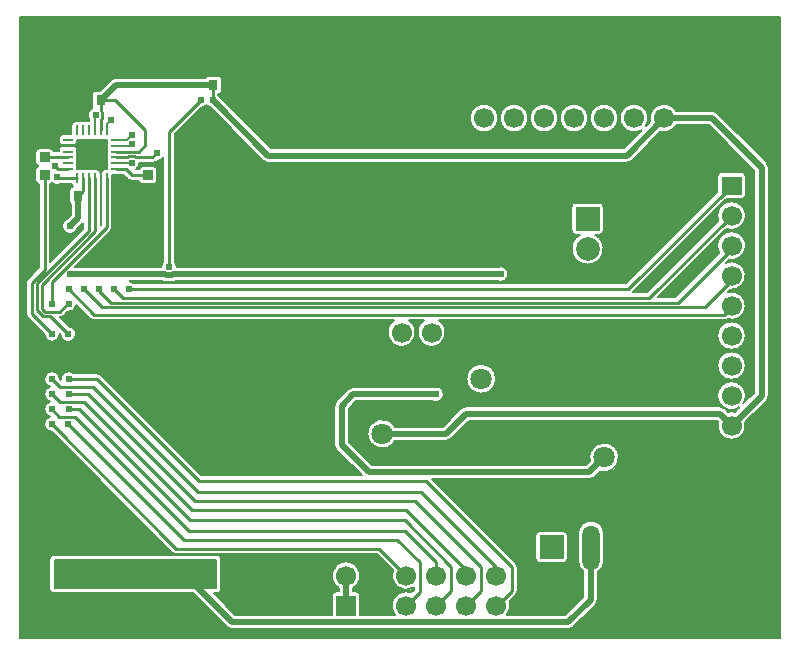
<source format=gbl>
G04 Layer: BottomLayer*
G04 EasyEDA Pro v2.2.40.8, 2025-08-03 21:23:04*
G04 Gerber Generator version 0.3*
G04 Scale: 100 percent, Rotated: No, Reflected: No*
G04 Dimensions in millimeters*
G04 Leading zeros omitted, absolute positions, 4 integers and 5 decimals*
G04 Generated by one-click*
%FSLAX45Y45*%
%MOMM*%
%ADD10C,0.2032*%
%ADD11R,0.8X0.9*%
%ADD12C,1.9*%
%ADD13O,1.5X3.79999*%
%ADD14O,3.39999X1.5*%
%ADD15R,2.0X2.0*%
%ADD16C,2.0*%
%ADD17R,1.7X1.7*%
%ADD18C,1.7061*%
%ADD19C,1.7*%
%ADD20R,1.7X1.5748*%
%ADD21R,0.86401X0.80648*%
%ADD22C,1.8*%
%ADD23R,0.25001X0.84999*%
%ADD24R,0.84999X0.25001*%
%ADD25R,2.49999X2.49999*%
%ADD26C,0.61*%
%ADD27C,0.6096*%
%ADD28C,0.254*%
%ADD29C,0.508*%
G75*


G04 Copper Start*
G36*
G01X327660Y327660D02*
G01X327660Y561340D01*
G01X1691640Y561340D01*
G01X1691640Y327660D01*
G01X327660Y327660D01*
G37*
G36*
G01X6464300Y5164186D02*
G01X6464300Y-98186D01*
G01X35814Y-98186D01*
G01X35814Y1721392D01*
G01X237813Y1721392D01*
G01X238015Y1705896D01*
G01X241808Y1690869D01*
G01X248985Y1677133D01*
G01X259154Y1665438D01*
G01X271760Y1656423D01*
G01X286114Y1650579D01*
G01X301432Y1648227D01*
G01X1323564Y626095D01*
G01X1333611Y618386D01*
G01X1345312Y613539D01*
G01X1357868Y611886D01*
G01X3053305Y611886D01*
G01X3053305Y611886D01*
G01X3189457Y475733D01*
G01X3183412Y454885D01*
G01X3181195Y433292D01*
G01X3182878Y411651D01*
G01X3188407Y390660D01*
G01X3197602Y370997D01*
G01X3210168Y353297D01*
G01X3225698Y338131D01*
G01X3243691Y325989D01*
G01X3263566Y317263D01*
G01X3284683Y312234D01*
G01X3306358Y311065D01*
G01X3327893Y313793D01*
G01X3348591Y320331D01*
G01X3367786Y330468D01*
G01X3367786Y312195D01*
G01X3345933Y290343D01*
G01X3326777Y296046D01*
G01X3306942Y298513D01*
G01X3286972Y297676D01*
G01X3267413Y293557D01*
G01X3248801Y286271D01*
G01X3231645Y276015D01*
G01X3216415Y263071D01*
G01X3203527Y247793D01*
G01X3193335Y230600D01*
G01X3186116Y211961D01*
G01X3182070Y192387D01*
G01X3181306Y172414D01*
G01X3183846Y152589D01*
G01X3189620Y133453D01*
G01X3198469Y115531D01*
G01X3210153Y99314D01*
G01X2914814Y99314D01*
G01X2914814Y262800D01*
G01X2913061Y273867D01*
G01X2907974Y283851D01*
G01X2900051Y291774D01*
G01X2890067Y296861D01*
G01X2879000Y298614D01*
G01X2855214Y298614D01*
G01X2855214Y327642D01*
G01X2872323Y339814D01*
G01X2887067Y354764D01*
G01X2898999Y372041D01*
G01X2907760Y391124D01*
G01X2913085Y411434D01*
G01X2914813Y432360D01*
G01X2912891Y453270D01*
G01X2907378Y473530D01*
G01X2898441Y492530D01*
G01X2886348Y509696D01*
G01X2871467Y524509D01*
G01X2854245Y536521D01*
G01X2835204Y545370D01*
G01X2814918Y550789D01*
G01X2794000Y552614D01*
G01X2773082Y550789D01*
G01X2752796Y545370D01*
G01X2733755Y536521D01*
G01X2716533Y524509D01*
G01X2701652Y509696D01*
G01X2689559Y492530D01*
G01X2680622Y473530D01*
G01X2675109Y453270D01*
G01X2673187Y432360D01*
G01X2674915Y411434D01*
G01X2680240Y391124D01*
G01X2689001Y372041D01*
G01X2700933Y354764D01*
G01X2715677Y339814D01*
G01X2732786Y327642D01*
G01X2732786Y298614D01*
G01X2709000Y298614D01*
G01X2697933Y296861D01*
G01X2687949Y291774D01*
G01X2680026Y283851D01*
G01X2674939Y273867D01*
G01X2673186Y262800D01*
G01X2673186Y99314D01*
G01X1856613Y99314D01*
G01X1674241Y281686D01*
G01X1701800Y281686D01*
G01X1712867Y283439D01*
G01X1722851Y288526D01*
G01X1730774Y296449D01*
G01X1735861Y306433D01*
G01X1737614Y317500D01*
G01X1737614Y571500D01*
G01X1735861Y582567D01*
G01X1730774Y592551D01*
G01X1722851Y600474D01*
G01X1712867Y605561D01*
G01X1701800Y607314D01*
G01X317500Y607314D01*
G01X306433Y605561D01*
G01X296449Y600474D01*
G01X288526Y592551D01*
G01X283439Y582567D01*
G01X281686Y571500D01*
G01X281686Y317500D01*
G01X283439Y306433D01*
G01X288526Y296449D01*
G01X296449Y288526D01*
G01X306433Y283439D01*
G01X317500Y281686D01*
G01X1501102Y281686D01*
G01X1787972Y-5185D01*
G01X1797249Y-12798D01*
G01X1807832Y-18454D01*
G01X1819315Y-21938D01*
G01X1831257Y-23114D01*
G01X4673600Y-23114D01*
G01X4685542Y-21938D01*
G01X4697026Y-18454D01*
G01X4707609Y-12798D01*
G01X4716885Y-5185D01*
G01X4907385Y185315D01*
G01X4914998Y194591D01*
G01X4920654Y205174D01*
G01X4924138Y216658D01*
G01X4925314Y228600D01*
G01X4925314Y458829D01*
G01X4940868Y469949D01*
G01X4954280Y483576D01*
G01X4965149Y499306D01*
G01X4973153Y516671D01*
G01X4978052Y535152D01*
G01X4979702Y554201D01*
G01X4979702Y784201D01*
G01X4977815Y804563D01*
G01X4972219Y824231D01*
G01X4963104Y842537D01*
G01X4950780Y858856D01*
G01X4935668Y872632D01*
G01X4918282Y883397D01*
G01X4899214Y890784D01*
G01X4879113Y894542D01*
G01X4858663Y894542D01*
G01X4838562Y890784D01*
G01X4819494Y883397D01*
G01X4802108Y872632D01*
G01X4786995Y858856D01*
G01X4774672Y842537D01*
G01X4765557Y824231D01*
G01X4759961Y804563D01*
G01X4758074Y784201D01*
G01X4758074Y554201D01*
G01X4759997Y533648D01*
G01X4765698Y513808D01*
G01X4774980Y495370D01*
G01X4787521Y478974D01*
G01X4802886Y465188D01*
G01X4802886Y253956D01*
G01X4648244Y99314D01*
G01X4155847Y99314D01*
G01X4167917Y116179D01*
G01X4176925Y134859D01*
G01X4182605Y154805D01*
G01X4184791Y175428D01*
G01X4183417Y196122D01*
G01X4178524Y216275D01*
G01X4232744Y270495D01*
G01X4240454Y280543D01*
G01X4245300Y292244D01*
G01X4246953Y304800D01*
G01X4246953Y500561D01*
G01X4245300Y513117D01*
G01X4240454Y524818D01*
G01X4232744Y534865D01*
G01X4194509Y573100D01*
G01X4398086Y573100D01*
G01X4399839Y562033D01*
G01X4404926Y552049D01*
G01X4412849Y544126D01*
G01X4422833Y539039D01*
G01X4433900Y537286D01*
G01X4633900Y537286D01*
G01X4644967Y539039D01*
G01X4654951Y544126D01*
G01X4662874Y552049D01*
G01X4667961Y562033D01*
G01X4669714Y573100D01*
G01X4669714Y773100D01*
G01X4667961Y784167D01*
G01X4662874Y794151D01*
G01X4654951Y802074D01*
G01X4644967Y807161D01*
G01X4633900Y808914D01*
G01X4433900Y808914D01*
G01X4422833Y807161D01*
G01X4412849Y802074D01*
G01X4404926Y794151D01*
G01X4399839Y784167D01*
G01X4398086Y773100D01*
G01X4398086Y573100D01*
G01X4398086Y573100D01*
G01X4194509Y573100D01*
G01X3520723Y1246886D01*
G01X4855178Y1246886D01*
G01X4867120Y1248062D01*
G01X4878603Y1251546D01*
G01X4889186Y1257202D01*
G01X4898462Y1264815D01*
G01X4945325Y1311678D01*
G01X4966991Y1307523D01*
G01X4989048Y1307216D01*
G01X5010821Y1310766D01*
G01X5031639Y1318065D01*
G01X5050861Y1328887D01*
G01X5067899Y1342901D01*
G01X5082226Y1359675D01*
G01X5093403Y1378694D01*
G01X5101087Y1399372D01*
G01X5105041Y1421075D01*
G01X5105143Y1443135D01*
G01X5101391Y1464874D01*
G01X5093900Y1485623D01*
G01X5082899Y1504744D01*
G01X5068728Y1521651D01*
G01X5051822Y1535822D01*
G01X5032700Y1546822D01*
G01X5011951Y1554314D01*
G01X4990213Y1558066D01*
G01X4968153Y1557964D01*
G01X4946450Y1554010D01*
G01X4925771Y1546326D01*
G01X4906753Y1535148D01*
G01X4889979Y1520821D01*
G01X4875965Y1503784D01*
G01X4865142Y1484561D01*
G01X4857844Y1463743D01*
G01X4854293Y1441971D01*
G01X4854601Y1419913D01*
G01X4858756Y1398248D01*
G01X4829822Y1369314D01*
G01X3009856Y1369314D01*
G01X2817114Y1562056D01*
G01X2817114Y1841544D01*
G01X2881992Y1906422D01*
G01X3530549Y1906422D01*
G01X3546197Y1902071D01*
G01X3562432Y1901655D01*
G01X3578282Y1905199D01*
G01X3592794Y1912491D01*
G01X3605098Y1923092D01*
G01X3614456Y1936366D01*
G01X3620305Y1951518D01*
G01X3622294Y1967636D01*
G01X3620305Y1983755D01*
G01X3614456Y1998907D01*
G01X3605098Y2012181D01*
G01X3592794Y2022782D01*
G01X3578282Y2030074D01*
G01X3562432Y2033618D01*
G01X3546197Y2033202D01*
G01X3530549Y2028850D01*
G01X2856636Y2028850D01*
G01X2844694Y2027674D01*
G01X2833211Y2024191D01*
G01X2822628Y2018534D01*
G01X2813352Y2010921D01*
G01X2712615Y1910185D01*
G01X2705002Y1900909D01*
G01X2699346Y1890326D01*
G01X2695862Y1878842D01*
G01X2694686Y1866900D01*
G01X2694686Y1536700D01*
G01X2695862Y1524758D01*
G01X2699346Y1513274D01*
G01X2705002Y1502691D01*
G01X2712615Y1493415D01*
G01X2925616Y1280414D01*
G01X1569495Y1280414D01*
G01X752009Y2097900D01*
G01X3812550Y2097900D01*
G01X3814462Y2076053D01*
G01X3820138Y2054869D01*
G01X3829406Y2034993D01*
G01X3841985Y2017028D01*
G01X3857493Y2001521D01*
G01X3875457Y1988942D01*
G01X3895333Y1979674D01*
G01X3916517Y1973998D01*
G01X3938364Y1972086D01*
G01X3960212Y1973998D01*
G01X3981395Y1979674D01*
G01X4001271Y1988942D01*
G01X4019236Y2001521D01*
G01X4034743Y2017028D01*
G01X4047322Y2034993D01*
G01X4056591Y2054869D01*
G01X4062267Y2076053D01*
G01X4064178Y2097900D01*
G01X4062267Y2119747D01*
G01X4056591Y2140931D01*
G01X4047322Y2160807D01*
G01X4034743Y2178772D01*
G01X4019236Y2194279D01*
G01X4001271Y2206858D01*
G01X3994962Y2209800D01*
G01X5937086Y2209800D01*
G01X5938922Y2188821D01*
G01X5944372Y2168479D01*
G01X5953272Y2149393D01*
G01X5965351Y2132142D01*
G01X5980242Y2117251D01*
G01X5997493Y2105172D01*
G01X6016579Y2096272D01*
G01X6036921Y2090822D01*
G01X6057900Y2088986D01*
G01X6078879Y2090822D01*
G01X6099221Y2096272D01*
G01X6118307Y2105172D01*
G01X6135558Y2117251D01*
G01X6150449Y2132142D01*
G01X6162528Y2149393D01*
G01X6171428Y2168479D01*
G01X6176878Y2188821D01*
G01X6178714Y2209800D01*
G01X6176878Y2230779D01*
G01X6171428Y2251121D01*
G01X6162528Y2270207D01*
G01X6150449Y2287458D01*
G01X6135558Y2302349D01*
G01X6118307Y2314428D01*
G01X6099221Y2323328D01*
G01X6078879Y2328778D01*
G01X6057900Y2330614D01*
G01X6057900Y2330614D01*
G01X6036921Y2328778D01*
G01X6016579Y2323328D01*
G01X5997493Y2314428D01*
G01X5980242Y2302349D01*
G01X5965351Y2287458D01*
G01X5953272Y2270207D01*
G01X5944372Y2251121D01*
G01X5938922Y2230779D01*
G01X5937086Y2209800D01*
G01X3994962Y2209800D01*
G01X3981395Y2216126D01*
G01X3960212Y2221802D01*
G01X3938364Y2223714D01*
G01X3916517Y2221802D01*
G01X3895333Y2216126D01*
G01X3875457Y2206858D01*
G01X3857493Y2194279D01*
G01X3841985Y2178772D01*
G01X3829406Y2160807D01*
G01X3820138Y2140931D01*
G01X3814462Y2119747D01*
G01X3812550Y2097900D01*
G01X3812550Y2097900D01*
G01X752009Y2097900D01*
G01X720105Y2129805D01*
G01X710057Y2137514D01*
G01X698356Y2142361D01*
G01X685800Y2144014D01*
G01X490116Y2144014D01*
G01X477274Y2153378D01*
G01X462572Y2159418D01*
G01X446856Y2161785D01*
G01X431027Y2160345D01*
G01X415996Y2155180D01*
G01X402626Y2146587D01*
G01X391684Y2135059D01*
G01X383799Y2121259D01*
G01X379425Y2105978D01*
G01X378813Y2090096D01*
G01X371073Y2097836D01*
G01X368553Y2113752D01*
G01X362268Y2128590D01*
G01X352590Y2141474D01*
G01X340090Y2151644D01*
G01X325507Y2158498D01*
G01X309700Y2161633D01*
G01X293605Y2160862D01*
G01X278170Y2156232D01*
G01X264308Y2148016D01*
G01X252837Y2136699D01*
G01X244434Y2122949D01*
G01X239595Y2107579D01*
G01X238607Y2091495D01*
G01X241527Y2075647D01*
G01X248184Y2060972D01*
G01X258183Y2048336D01*
G01X270935Y2038485D01*
G01X285687Y2032000D01*
G01X272634Y2026491D01*
G01X261050Y2018334D01*
G01X251462Y2007903D01*
G01X244309Y1995674D01*
G01X239917Y1982204D01*
G01X238487Y1968108D01*
G01X240084Y1954031D01*
G01X244634Y1940613D01*
G01X251931Y1928469D01*
G01X261642Y1918152D01*
G01X273322Y1910133D01*
G01X286439Y1904779D01*
G01X273416Y1899475D01*
G01X261805Y1891544D01*
G01X252126Y1881344D01*
G01X244816Y1869333D01*
G01X240203Y1856050D01*
G01X238494Y1842093D01*
G01X239766Y1828089D01*
G01X243962Y1814669D01*
G01X250894Y1802435D01*
G01X260249Y1791937D01*
G01X271607Y1783648D01*
G01X284458Y1777940D01*
G01X270261Y1771726D01*
G01X257893Y1762386D01*
G01X248032Y1750430D01*
G01X241214Y1736512D01*
G01X237813Y1721392D01*
G01X35814Y1721392D01*
G01X35814Y2912392D01*
G01X83486Y2912392D01*
G01X83486Y2650208D01*
G01X85139Y2637652D01*
G01X89986Y2625951D01*
G01X97696Y2615904D01*
G01X238501Y2475098D01*
G01X240494Y2460304D01*
G01X245747Y2446330D01*
G01X253992Y2433885D01*
G01X264811Y2423599D01*
G01X277658Y2415995D01*
G01X291880Y2411457D01*
G01X306756Y2410215D01*
G01X321534Y2412332D01*
G01X335463Y2417701D01*
G01X347839Y2426050D01*
G01X358033Y2436956D01*
G01X365530Y2449865D01*
G01X369949Y2464125D01*
G01X371067Y2479011D01*
G01X375914Y2474164D01*
G01X378228Y2458982D01*
G01X383973Y2444741D01*
G01X392839Y2432202D01*
G01X404351Y2422039D01*
G01X417893Y2414796D01*
G01X432737Y2410863D01*
G01X448088Y2410449D01*
G01X463123Y2413578D01*
G01X477035Y2420080D01*
G01X489078Y2429609D01*
G01X498606Y2441652D01*
G01X505109Y2455564D01*
G01X508238Y2470599D01*
G01X507824Y2485950D01*
G01X503891Y2500794D01*
G01X496648Y2514336D01*
G01X486485Y2525848D01*
G01X473946Y2534714D01*
G01X459704Y2540459D01*
G01X444523Y2542773D01*
G01X368807Y2618489D01*
G01X381183Y2620228D01*
G01X392703Y2625070D01*
G01X402605Y2632695D01*
G01X434807Y2664898D01*
G01X448068Y2664282D01*
G01X461186Y2666320D01*
G01X473635Y2670929D01*
G01X484917Y2677926D01*
G01X494579Y2687030D01*
G01X502234Y2697875D01*
G01X507575Y2710028D01*
G01X510389Y2723002D01*
G01X626095Y2607295D01*
G01X636143Y2599586D01*
G01X647844Y2594739D01*
G01X660400Y2593086D01*
G01X3202226Y2593086D01*
G01X3185198Y2580862D01*
G01X3170538Y2565879D01*
G01X3158690Y2548587D01*
G01X3150008Y2529507D01*
G01X3144756Y2509214D01*
G01X3143089Y2488319D01*
G01X3145060Y2467450D01*
G01X3150608Y2447236D01*
G01X3159567Y2428285D01*
G01X3171667Y2411168D01*
G01X3186543Y2396400D01*
G01X3203748Y2384426D01*
G01X3222763Y2375605D01*
G01X3243017Y2370205D01*
G01X3263900Y2368386D01*
G01X3284783Y2370205D01*
G01X3305037Y2375605D01*
G01X3324052Y2384426D01*
G01X3341257Y2396400D01*
G01X3356133Y2411168D01*
G01X3368233Y2428285D01*
G01X3377192Y2447236D01*
G01X3382740Y2467450D01*
G01X3384711Y2488319D01*
G01X3383044Y2509214D01*
G01X3377792Y2529507D01*
G01X3369110Y2548587D01*
G01X3357262Y2565879D01*
G01X3342602Y2580862D01*
G01X3325574Y2593086D01*
G01X3456226Y2593086D01*
G01X3439198Y2580862D01*
G01X3424538Y2565879D01*
G01X3412690Y2548587D01*
G01X3404008Y2529507D01*
G01X3398756Y2509214D01*
G01X3397089Y2488319D01*
G01X3399060Y2467450D01*
G01X3404608Y2447236D01*
G01X3413567Y2428285D01*
G01X3425667Y2411168D01*
G01X3440543Y2396400D01*
G01X3457748Y2384426D01*
G01X3476763Y2375605D01*
G01X3497017Y2370205D01*
G01X3517900Y2368386D01*
G01X3538783Y2370205D01*
G01X3559037Y2375605D01*
G01X3578052Y2384426D01*
G01X3595257Y2396400D01*
G01X3610133Y2411168D01*
G01X3622233Y2428285D01*
G01X3631192Y2447236D01*
G01X3635738Y2463800D01*
G01X5937086Y2463800D01*
G01X5938922Y2442821D01*
G01X5944372Y2422479D01*
G01X5953272Y2403393D01*
G01X5965351Y2386142D01*
G01X5980242Y2371251D01*
G01X5997493Y2359172D01*
G01X6016579Y2350272D01*
G01X6036921Y2344822D01*
G01X6057900Y2342986D01*
G01X6078879Y2344822D01*
G01X6099221Y2350272D01*
G01X6118307Y2359172D01*
G01X6135558Y2371251D01*
G01X6150449Y2386142D01*
G01X6162528Y2403393D01*
G01X6171428Y2422479D01*
G01X6176878Y2442821D01*
G01X6178714Y2463800D01*
G01X6176878Y2484779D01*
G01X6171428Y2505121D01*
G01X6162528Y2524207D01*
G01X6150449Y2541458D01*
G01X6135558Y2556349D01*
G01X6118307Y2568428D01*
G01X6099221Y2577328D01*
G01X6078879Y2582778D01*
G01X6057900Y2584614D01*
G01X6057900Y2584614D01*
G01X6036921Y2582778D01*
G01X6016579Y2577328D01*
G01X5997493Y2568428D01*
G01X5980242Y2556349D01*
G01X5965351Y2541458D01*
G01X5953272Y2524207D01*
G01X5944372Y2505121D01*
G01X5938922Y2484779D01*
G01X5937086Y2463800D01*
G01X3635738Y2463800D01*
G01X3636740Y2467450D01*
G01X3638711Y2488319D01*
G01X3637044Y2509214D01*
G01X3631792Y2529507D01*
G01X3623110Y2548587D01*
G01X3611262Y2565879D01*
G01X3596602Y2580862D01*
G01X3579574Y2593086D01*
G01X5994400Y2593086D01*
G01X6004412Y2594130D01*
G01X6013994Y2597219D01*
G01X6022732Y2602218D01*
G01X6042526Y2597968D01*
G01X6062751Y2597084D01*
G01X6082841Y2599589D01*
G01X6102230Y2605413D01*
G01X6120374Y2614393D01*
G01X6136764Y2626277D01*
G01X6150940Y2640731D01*
G01X6162502Y2657349D01*
G01X6171128Y2675665D01*
G01X6176574Y2695163D01*
G01X6178688Y2715298D01*
G01X6177410Y2735503D01*
G01X6172776Y2755210D01*
G01X6164916Y2773867D01*
G01X6154051Y2790950D01*
G01X6140487Y2805978D01*
G01X6124603Y2818531D01*
G01X6106846Y2828255D01*
G01X6087715Y2834877D01*
G01X6067746Y2838212D01*
G01X6047501Y2838165D01*
G01X6027548Y2834739D01*
G01X6044537Y2851728D01*
G01X6064711Y2851178D01*
G01X6084694Y2853995D01*
G01X6103930Y2860099D01*
G01X6121882Y2869319D01*
G01X6138049Y2881400D01*
G01X6151978Y2896003D01*
G01X6163283Y2912721D01*
G01X6171647Y2931087D01*
G01X6176837Y2950590D01*
G01X6178709Y2970684D01*
G01X6177209Y2990810D01*
G01X6172380Y3010405D01*
G01X6164357Y3028922D01*
G01X6153363Y3045846D01*
G01X6139705Y3060704D01*
G01X6123764Y3073081D01*
G01X6105986Y3082632D01*
G01X6086866Y3089090D01*
G01X6066938Y3092275D01*
G01X6046757Y3092099D01*
G01X6026888Y3088566D01*
G01X6007883Y3081774D01*
G01X6033570Y3107461D01*
G01X6055330Y3105014D01*
G01X6077175Y3106534D01*
G01X6098386Y3111972D01*
G01X6118267Y3121149D01*
G01X6136165Y3133764D01*
G01X6151492Y3149403D01*
G01X6163745Y3167551D01*
G01X6172520Y3187613D01*
G01X6177530Y3208929D01*
G01X6178610Y3230800D01*
G01X6175725Y3252506D01*
G01X6168969Y3273335D01*
G01X6158565Y3292602D01*
G01X6144854Y3309675D01*
G01X6128286Y3323993D01*
G01X6109406Y3335085D01*
G01X6088834Y3342587D01*
G01X6067245Y3346252D01*
G01X6045350Y3345960D01*
G01X6023867Y3341721D01*
G01X6003502Y3333674D01*
G01X5984924Y3322084D01*
G01X5968744Y3307330D01*
G01X5955492Y3289898D01*
G01X5945604Y3270360D01*
G01X5939405Y3249359D01*
G01X5937099Y3227584D01*
G01X5938762Y3205750D01*
G01X5944338Y3184574D01*
G01X5953644Y3164753D01*
G01X5580605Y2791714D01*
G01X5438423Y2791714D01*
G01X6013967Y3367257D01*
G01X6035049Y3361167D01*
G01X6056886Y3358990D01*
G01X6078756Y3360800D01*
G01X6099938Y3366536D01*
G01X6119733Y3376008D01*
G01X6137487Y3388905D01*
G01X6152616Y3404801D01*
G01X6164620Y3423172D01*
G01X6173103Y3443411D01*
G01X6177785Y3464850D01*
G01X6178512Y3486783D01*
G01X6175259Y3508485D01*
G01X6168134Y3529241D01*
G01X6157372Y3548366D01*
G01X6143328Y3565228D01*
G01X6126466Y3579272D01*
G01X6107341Y3590034D01*
G01X6086585Y3597159D01*
G01X6064883Y3600412D01*
G01X6042950Y3599685D01*
G01X6021511Y3595003D01*
G01X6001272Y3586520D01*
G01X5982901Y3574516D01*
G01X5967005Y3559387D01*
G01X5954108Y3541633D01*
G01X5944636Y3521838D01*
G01X5938900Y3500656D01*
G01X5937090Y3478786D01*
G01X5939267Y3456949D01*
G01X5945357Y3435867D01*
G01X5339305Y2829814D01*
G01X5222523Y2829814D01*
G01X6011955Y3619246D01*
G01X6142900Y3619246D01*
G01X6153967Y3620999D01*
G01X6163951Y3626086D01*
G01X6171874Y3634009D01*
G01X6176961Y3643993D01*
G01X6178714Y3655060D01*
G01X6178714Y3812540D01*
G01X6176961Y3823607D01*
G01X6171874Y3833591D01*
G01X6163951Y3841514D01*
G01X6153967Y3846601D01*
G01X6142900Y3848354D01*
G01X5972900Y3848354D01*
G01X5961833Y3846601D01*
G01X5951849Y3841514D01*
G01X5943926Y3833591D01*
G01X5938839Y3823607D01*
G01X5937086Y3812540D01*
G01X5937086Y3681595D01*
G01X5161505Y2906014D01*
G01X997710Y2906014D01*
G01X986720Y2914303D01*
G01X974255Y2920144D01*
G01X960852Y2923286D01*
G01X1236452Y2923286D01*
G01X1250726Y2917631D01*
G01X1265958Y2915706D01*
G01X1324842Y2915706D01*
G01X1340074Y2917631D01*
G01X1354348Y2923286D01*
G01X4076649Y2923286D01*
G01X4092297Y2918935D01*
G01X4108532Y2918519D01*
G01X4124382Y2922063D01*
G01X4138894Y2929354D01*
G01X4151198Y2939955D01*
G01X4160556Y2953230D01*
G01X4166405Y2968381D01*
G01X4168394Y2984500D01*
G01X4166405Y3000619D01*
G01X4160556Y3015770D01*
G01X4151198Y3029045D01*
G01X4138894Y3039646D01*
G01X4124382Y3046937D01*
G01X4108532Y3050481D01*
G01X4092297Y3050065D01*
G01X4076649Y3045714D01*
G01X1361655Y3045714D01*
G01X1360830Y3058666D01*
G01X1357499Y3071209D01*
G01X1351787Y3082863D01*
G01X1343914Y3093181D01*
G01X1343914Y3554400D01*
G01X4702886Y3554400D01*
G01X4702886Y3354400D01*
G01X4704639Y3343333D01*
G01X4709726Y3333349D01*
G01X4717649Y3325426D01*
G01X4727633Y3320339D01*
G01X4738700Y3318586D01*
G01X4771787Y3318586D01*
G01X4753373Y3306063D01*
G01X4737253Y3290699D01*
G01X4723860Y3272907D01*
G01X4713555Y3253166D01*
G01X4706615Y3232006D01*
G01X4703226Y3209996D01*
G01X4703479Y3187729D01*
G01X4707367Y3165802D01*
G01X4714786Y3144805D01*
G01X4725537Y3125303D01*
G01X4739330Y3107820D01*
G01X4755795Y3092826D01*
G01X4774489Y3080724D01*
G01X4794909Y3071840D01*
G01X4816506Y3066412D01*
G01X4838700Y3064586D01*
G01X4860894Y3066412D01*
G01X4882491Y3071840D01*
G01X4902911Y3080724D01*
G01X4921605Y3092826D01*
G01X4938070Y3107820D01*
G01X4951863Y3125303D01*
G01X4962614Y3144805D01*
G01X4970033Y3165802D01*
G01X4973921Y3187729D01*
G01X4974174Y3209996D01*
G01X4970785Y3232006D01*
G01X4963845Y3253166D01*
G01X4953540Y3272907D01*
G01X4940147Y3290699D01*
G01X4924027Y3306063D01*
G01X4905613Y3318586D01*
G01X4938700Y3318586D01*
G01X4938700Y3318586D01*
G01X4949767Y3320339D01*
G01X4959751Y3325426D01*
G01X4967674Y3333349D01*
G01X4972761Y3343333D01*
G01X4974514Y3354400D01*
G01X4974514Y3554400D01*
G01X4972761Y3565467D01*
G01X4967674Y3575451D01*
G01X4959751Y3583374D01*
G01X4949767Y3588461D01*
G01X4938700Y3590214D01*
G01X4738700Y3590214D01*
G01X4727633Y3588461D01*
G01X4717649Y3583374D01*
G01X4709726Y3575451D01*
G01X4704639Y3565467D01*
G01X4702886Y3554400D01*
G01X1343914Y3554400D01*
G01X1343914Y4170905D01*
G01X1564436Y4391427D01*
G01X1578164Y4393361D01*
G01X1591190Y4398107D01*
G01X1602944Y4405457D01*
G01X1612913Y4415090D01*
G01X1624533Y4404213D01*
G01X1638412Y4396419D01*
G01X2090315Y3944515D01*
G01X2099591Y3936902D01*
G01X2110174Y3931246D01*
G01X2121658Y3927762D01*
G01X2133600Y3926586D01*
G01X5168900Y3926586D01*
G01X5180842Y3927762D01*
G01X5192326Y3931246D01*
G01X5202909Y3936902D01*
G01X5212185Y3944515D01*
G01X5456034Y4188365D01*
G01X5475256Y4185001D01*
G01X5494768Y4184776D01*
G01X5514061Y4187695D01*
G01X5532633Y4193683D01*
G01X5549999Y4202582D01*
G01X5565706Y4214160D01*
G01X5579344Y4228116D01*
G01X5590558Y4244086D01*
G01X5867444Y4244086D01*
G01X6250686Y3860844D01*
G01X6250686Y1981156D01*
G01X6158638Y1889107D01*
G01X6168614Y1907443D01*
G01X6175286Y1927223D01*
G01X6178452Y1947856D01*
G01X6178020Y1968727D01*
G01X6174002Y1989211D01*
G01X6166518Y2008698D01*
G01X6155791Y2026605D01*
G01X6142141Y2042399D01*
G01X6125977Y2055608D01*
G01X6107780Y2065836D01*
G01X6088094Y2072780D01*
G01X6067507Y2076231D01*
G01X6046632Y2076087D01*
G01X6026095Y2072352D01*
G01X6006506Y2065137D01*
G01X5988452Y2054659D01*
G01X5972472Y2041228D01*
G01X5959041Y2025248D01*
G01X5948563Y2007194D01*
G01X5941348Y1987605D01*
G01X5937613Y1967068D01*
G01X5937469Y1946193D01*
G01X5940920Y1925606D01*
G01X5947864Y1905920D01*
G01X5958092Y1887723D01*
G01X5971301Y1871559D01*
G01X5987095Y1857909D01*
G01X6005002Y1847182D01*
G01X6024489Y1839698D01*
G01X6044973Y1835680D01*
G01X6065844Y1835248D01*
G01X6086477Y1838414D01*
G01X6106257Y1845086D01*
G01X6124593Y1855062D01*
G01X6088266Y1818735D01*
G01X6073206Y1821640D01*
G01X6057900Y1822614D01*
G01X6042594Y1821640D01*
G01X6027534Y1818735D01*
G01X5999585Y1846685D01*
G01X5990309Y1854298D01*
G01X5979726Y1859954D01*
G01X5968242Y1863438D01*
G01X5956300Y1864614D01*
G01X3810000Y1864614D01*
G01X3798058Y1863438D01*
G01X3786574Y1859954D01*
G01X3775991Y1854298D01*
G01X3766715Y1846685D01*
G01X3614058Y1694027D01*
G01X3210082Y1694027D01*
G01X3197701Y1712285D01*
G01X3182321Y1728099D01*
G01X3164415Y1740984D01*
G01X3144533Y1750544D01*
G01X3123288Y1756484D01*
G01X3101332Y1758622D01*
G01X3079340Y1756892D01*
G01X3057988Y1751347D01*
G01X3037933Y1742158D01*
G01X3019791Y1729608D01*
G01X3004120Y1714082D01*
G01X2991401Y1696057D01*
G01X2982027Y1676088D01*
G01X2976284Y1654788D01*
G01X2974350Y1632813D01*
G01X2976284Y1610838D01*
G01X2982027Y1589539D01*
G01X2991401Y1569570D01*
G01X3004120Y1551545D01*
G01X3019791Y1536019D01*
G01X3037933Y1523468D01*
G01X3057988Y1514279D01*
G01X3079340Y1508735D01*
G01X3101332Y1507005D01*
G01X3123288Y1509143D01*
G01X3144533Y1515083D01*
G01X3164415Y1524642D01*
G01X3182321Y1537527D01*
G01X3197701Y1553342D01*
G01X3210082Y1571599D01*
G01X3639413Y1571599D01*
G01X3651356Y1572776D01*
G01X3662839Y1576259D01*
G01X3673422Y1581916D01*
G01X3682698Y1589528D01*
G01X3835356Y1742186D01*
G01X5930944Y1742186D01*
G01X5940965Y1732166D01*
G01X5937396Y1710441D01*
G01X5937828Y1688429D01*
G01X5942249Y1666861D01*
G01X5950510Y1646453D01*
G01X5962337Y1627883D01*
G01X5977338Y1611768D01*
G01X5995014Y1598643D01*
G01X6014779Y1588944D01*
G01X6035975Y1582992D01*
G01X6057900Y1580986D01*
G01X6079825Y1582992D01*
G01X6101021Y1588944D01*
G01X6120786Y1598643D01*
G01X6138462Y1611768D01*
G01X6153463Y1627883D01*
G01X6165290Y1646453D01*
G01X6173551Y1666861D01*
G01X6177972Y1688429D01*
G01X6178404Y1710441D01*
G01X6174835Y1732166D01*
G01X6355185Y1912515D01*
G01X6362798Y1921791D01*
G01X6368454Y1932374D01*
G01X6371938Y1943858D01*
G01X6373114Y1955800D01*
G01X6373114Y3886200D01*
G01X6373114Y3886200D01*
G01X6371938Y3898142D01*
G01X6368454Y3909626D01*
G01X6362798Y3920209D01*
G01X6355185Y3929485D01*
G01X5936085Y4348585D01*
G01X5926809Y4356198D01*
G01X5916226Y4361854D01*
G01X5904742Y4365338D01*
G01X5892800Y4366514D01*
G01X5590558Y4366514D01*
G01X5577993Y4384083D01*
G01X5562501Y4399133D01*
G01X5544576Y4411185D01*
G01X5524792Y4419852D01*
G01X5503781Y4424857D01*
G01X5482214Y4426041D01*
G01X5460781Y4423366D01*
G01X5440167Y4416917D01*
G01X5421030Y4406901D01*
G01X5403983Y4393637D01*
G01X5389570Y4377550D01*
G01X5378253Y4359153D01*
G01X5370392Y4339035D01*
G01X5366239Y4317839D01*
G01X5365926Y4296242D01*
G01X5369465Y4274934D01*
G01X5333138Y4238607D01*
G01X5343114Y4256943D01*
G01X5349786Y4276723D01*
G01X5352952Y4297356D01*
G01X5352520Y4318227D01*
G01X5348502Y4338711D01*
G01X5341018Y4358198D01*
G01X5330291Y4376105D01*
G01X5316641Y4391899D01*
G01X5300477Y4405108D01*
G01X5282280Y4415336D01*
G01X5262594Y4422280D01*
G01X5242007Y4425731D01*
G01X5221132Y4425587D01*
G01X5200595Y4421852D01*
G01X5181006Y4414637D01*
G01X5162952Y4404159D01*
G01X5146972Y4390728D01*
G01X5133541Y4374748D01*
G01X5123063Y4356694D01*
G01X5115848Y4337105D01*
G01X5112113Y4316568D01*
G01X5111969Y4295693D01*
G01X5115420Y4275106D01*
G01X5122364Y4255420D01*
G01X5132592Y4237223D01*
G01X5145801Y4221059D01*
G01X5161595Y4207409D01*
G01X5179502Y4196682D01*
G01X5198989Y4189198D01*
G01X5219473Y4185180D01*
G01X5240344Y4184748D01*
G01X5260977Y4187914D01*
G01X5280757Y4194586D01*
G01X5299093Y4204562D01*
G01X5143544Y4049014D01*
G01X2158956Y4049014D01*
G01X1902670Y4305300D01*
G01X3841586Y4305300D01*
G01X3843422Y4284321D01*
G01X3848872Y4263979D01*
G01X3857772Y4244893D01*
G01X3869851Y4227642D01*
G01X3884742Y4212751D01*
G01X3901993Y4200672D01*
G01X3921079Y4191772D01*
G01X3941421Y4186322D01*
G01X3962400Y4184486D01*
G01X3983379Y4186322D01*
G01X4003721Y4191772D01*
G01X4022807Y4200672D01*
G01X4040058Y4212751D01*
G01X4054949Y4227642D01*
G01X4067028Y4244893D01*
G01X4075928Y4263979D01*
G01X4081378Y4284321D01*
G01X4083214Y4305300D01*
G01X4083214Y4305300D01*
G01X4095586Y4305300D01*
G01X4097422Y4284321D01*
G01X4102872Y4263979D01*
G01X4111772Y4244893D01*
G01X4123851Y4227642D01*
G01X4138742Y4212751D01*
G01X4155993Y4200672D01*
G01X4175079Y4191772D01*
G01X4195421Y4186322D01*
G01X4216400Y4184486D01*
G01X4237379Y4186322D01*
G01X4257721Y4191772D01*
G01X4276807Y4200672D01*
G01X4294058Y4212751D01*
G01X4308949Y4227642D01*
G01X4321028Y4244893D01*
G01X4329928Y4263979D01*
G01X4335378Y4284321D01*
G01X4337214Y4305300D01*
G01X4337214Y4305300D01*
G01X4349586Y4305300D01*
G01X4351422Y4284321D01*
G01X4356872Y4263979D01*
G01X4365772Y4244893D01*
G01X4377851Y4227642D01*
G01X4392742Y4212751D01*
G01X4409993Y4200672D01*
G01X4429079Y4191772D01*
G01X4449421Y4186322D01*
G01X4470400Y4184486D01*
G01X4491379Y4186322D01*
G01X4511721Y4191772D01*
G01X4530807Y4200672D01*
G01X4548058Y4212751D01*
G01X4562949Y4227642D01*
G01X4575028Y4244893D01*
G01X4583928Y4263979D01*
G01X4589378Y4284321D01*
G01X4591214Y4305300D01*
G01X4591214Y4305300D01*
G01X4603586Y4305300D01*
G01X4605422Y4284321D01*
G01X4610872Y4263979D01*
G01X4619772Y4244893D01*
G01X4631851Y4227642D01*
G01X4646742Y4212751D01*
G01X4663993Y4200672D01*
G01X4683079Y4191772D01*
G01X4703421Y4186322D01*
G01X4724400Y4184486D01*
G01X4745379Y4186322D01*
G01X4765721Y4191772D01*
G01X4784807Y4200672D01*
G01X4802058Y4212751D01*
G01X4816949Y4227642D01*
G01X4829028Y4244893D01*
G01X4837928Y4263979D01*
G01X4843378Y4284321D01*
G01X4845214Y4305300D01*
G01X4845214Y4305300D01*
G01X4857586Y4305300D01*
G01X4859422Y4284321D01*
G01X4864872Y4263979D01*
G01X4873772Y4244893D01*
G01X4885851Y4227642D01*
G01X4900742Y4212751D01*
G01X4917993Y4200672D01*
G01X4937079Y4191772D01*
G01X4957421Y4186322D01*
G01X4978400Y4184486D01*
G01X4999379Y4186322D01*
G01X5019721Y4191772D01*
G01X5038807Y4200672D01*
G01X5056058Y4212751D01*
G01X5070949Y4227642D01*
G01X5083028Y4244893D01*
G01X5091928Y4263979D01*
G01X5097378Y4284321D01*
G01X5099214Y4305300D01*
G01X5099214Y4305300D01*
G01X5097378Y4326279D01*
G01X5091928Y4346621D01*
G01X5083028Y4365707D01*
G01X5070949Y4382958D01*
G01X5056058Y4397849D01*
G01X5038807Y4409928D01*
G01X5019721Y4418828D01*
G01X4999379Y4424278D01*
G01X4978400Y4426114D01*
G01X4957421Y4424278D01*
G01X4937079Y4418828D01*
G01X4917993Y4409928D01*
G01X4900742Y4397849D01*
G01X4885851Y4382958D01*
G01X4873772Y4365707D01*
G01X4864872Y4346621D01*
G01X4859422Y4326279D01*
G01X4857586Y4305300D01*
G01X4845214Y4305300D01*
G01X4843378Y4326279D01*
G01X4837928Y4346621D01*
G01X4829028Y4365707D01*
G01X4816949Y4382958D01*
G01X4802058Y4397849D01*
G01X4784807Y4409928D01*
G01X4765721Y4418828D01*
G01X4745379Y4424278D01*
G01X4724400Y4426114D01*
G01X4703421Y4424278D01*
G01X4683079Y4418828D01*
G01X4663993Y4409928D01*
G01X4646742Y4397849D01*
G01X4631851Y4382958D01*
G01X4619772Y4365707D01*
G01X4610872Y4346621D01*
G01X4605422Y4326279D01*
G01X4603586Y4305300D01*
G01X4591214Y4305300D01*
G01X4589378Y4326279D01*
G01X4583928Y4346621D01*
G01X4575028Y4365707D01*
G01X4562949Y4382958D01*
G01X4548058Y4397849D01*
G01X4530807Y4409928D01*
G01X4511721Y4418828D01*
G01X4491379Y4424278D01*
G01X4470400Y4426114D01*
G01X4449421Y4424278D01*
G01X4429079Y4418828D01*
G01X4409993Y4409928D01*
G01X4392742Y4397849D01*
G01X4377851Y4382958D01*
G01X4365772Y4365707D01*
G01X4356872Y4346621D01*
G01X4351422Y4326279D01*
G01X4349586Y4305300D01*
G01X4337214Y4305300D01*
G01X4335378Y4326279D01*
G01X4329928Y4346621D01*
G01X4321028Y4365707D01*
G01X4308949Y4382958D01*
G01X4294058Y4397849D01*
G01X4276807Y4409928D01*
G01X4257721Y4418828D01*
G01X4237379Y4424278D01*
G01X4216400Y4426114D01*
G01X4195421Y4424278D01*
G01X4175079Y4418828D01*
G01X4155993Y4409928D01*
G01X4138742Y4397849D01*
G01X4123851Y4382958D01*
G01X4111772Y4365707D01*
G01X4102872Y4346621D01*
G01X4097422Y4326279D01*
G01X4095586Y4305300D01*
G01X4083214Y4305300D01*
G01X4081378Y4326279D01*
G01X4075928Y4346621D01*
G01X4067028Y4365707D01*
G01X4054949Y4382958D01*
G01X4040058Y4397849D01*
G01X4022807Y4409928D01*
G01X4003721Y4418828D01*
G01X3983379Y4424278D01*
G01X3962400Y4426114D01*
G01X3941421Y4424278D01*
G01X3921079Y4418828D01*
G01X3901993Y4409928D01*
G01X3884742Y4397849D01*
G01X3869851Y4382958D01*
G01X3857772Y4365707D01*
G01X3848872Y4346621D01*
G01X3843422Y4326279D01*
G01X3841586Y4305300D01*
G01X1902670Y4305300D01*
G01X1724981Y4482988D01*
G01X1719491Y4493508D01*
G01X1712214Y4502881D01*
G01X1712214Y4503961D01*
G01X1722713Y4506257D01*
G01X1732058Y4511565D01*
G01X1739407Y4519406D01*
G01X1744099Y4529075D01*
G01X1745712Y4539700D01*
G01X1745712Y4629700D01*
G01X1743959Y4640767D01*
G01X1738872Y4650751D01*
G01X1730948Y4658674D01*
G01X1720965Y4663761D01*
G01X1709898Y4665514D01*
G01X1629898Y4665514D01*
G01X1620164Y4664166D01*
G01X1611163Y4660223D01*
G01X1603573Y4653983D01*
G01X1597964Y4645914D01*
G01X844702Y4645914D01*
G01X832760Y4644738D01*
G01X821277Y4641254D01*
G01X810694Y4635598D01*
G01X801418Y4627985D01*
G01X711947Y4538514D01*
G01X677702Y4538514D01*
G01X666635Y4536761D01*
G01X656652Y4531674D01*
G01X648728Y4523751D01*
G01X643641Y4513767D01*
G01X641888Y4502700D01*
G01X641888Y4412700D01*
G01X643536Y4401963D01*
G01X648327Y4392213D01*
G01X634793Y4384831D01*
G01X623330Y4374523D01*
G01X614556Y4361847D01*
G01X608946Y4347488D01*
G01X606803Y4332222D01*
G01X608244Y4316873D01*
G01X613189Y4302271D01*
G01X621372Y4289206D01*
G01X621372Y4278681D01*
G01X604807Y4278681D01*
G01X598513Y4278123D01*
G01X592416Y4276469D01*
G01X586318Y4278123D01*
G01X580024Y4278681D01*
G01X555023Y4278681D01*
G01X548655Y4278110D01*
G01X542489Y4276416D01*
G01X536324Y4278110D01*
G01X529956Y4278681D01*
G01X504955Y4278681D01*
G01X493887Y4276928D01*
G01X483904Y4271841D01*
G01X475980Y4263918D01*
G01X470893Y4253934D01*
G01X469141Y4242867D01*
G01X469141Y4170691D01*
G01X397968Y4170691D01*
G01X386901Y4168939D01*
G01X376918Y4163852D01*
G01X368994Y4155928D01*
G01X363907Y4145945D01*
G01X362154Y4134877D01*
G01X362154Y4109876D01*
G01X363907Y4098809D01*
G01X368994Y4088825D01*
G01X376918Y4080902D01*
G01X386901Y4075815D01*
G01X397968Y4074062D01*
G01X482967Y4074062D01*
G01X494034Y4075815D01*
G01X504018Y4080902D01*
G01X511941Y4088825D01*
G01X517028Y4098809D01*
G01X518781Y4109876D01*
G01X518781Y4122054D01*
G01X529956Y4122054D01*
G01X536324Y4122625D01*
G01X542489Y4124319D01*
G01X548655Y4122625D01*
G01X555023Y4122054D01*
G01X580024Y4122054D01*
G01X586318Y4122612D01*
G01X592416Y4124266D01*
G01X598513Y4122612D01*
G01X604807Y4122054D01*
G01X629808Y4122054D01*
G01X636169Y4122624D01*
G01X642327Y4124313D01*
G01X648485Y4122624D01*
G01X654845Y4122054D01*
G01X679846Y4122054D01*
G01X686207Y4122624D01*
G01X692365Y4124313D01*
G01X698523Y4122624D01*
G01X704883Y4122054D01*
G01X729884Y4122054D01*
G01X736245Y4122624D01*
G01X742403Y4124313D01*
G01X748561Y4122624D01*
G01X754921Y4122054D01*
G01X767152Y4122054D01*
G01X767152Y4109876D01*
G01X767722Y4103516D01*
G01X769411Y4097358D01*
G01X767722Y4091200D01*
G01X767152Y4084839D01*
G01X767152Y4059838D01*
G01X767722Y4053478D01*
G01X769411Y4047320D01*
G01X767722Y4041162D01*
G01X767152Y4034801D01*
G01X767152Y4009800D01*
G01X767722Y4003440D01*
G01X769411Y3997282D01*
G01X767722Y3991124D01*
G01X767152Y3984763D01*
G01X767152Y3959762D01*
G01X767722Y3953402D01*
G01X769411Y3947244D01*
G01X767722Y3941086D01*
G01X767152Y3934725D01*
G01X767152Y3909724D01*
G01X767708Y3903441D01*
G01X769357Y3897353D01*
G01X767708Y3891265D01*
G01X767152Y3884982D01*
G01X767152Y3873683D01*
G01X754952Y3873683D01*
G01X743884Y3871930D01*
G01X733901Y3866843D01*
G01X725977Y3858920D01*
G01X720890Y3848936D01*
G01X719138Y3837869D01*
G01X719138Y3799764D01*
G01X718938Y3795370D01*
G01X718938Y3403747D01*
G01X715861Y3400670D01*
G01X715860Y3795370D01*
G01X715660Y3799764D01*
G01X715660Y3837869D01*
G01X713907Y3848936D01*
G01X708820Y3858920D01*
G01X700897Y3866843D01*
G01X690913Y3871930D01*
G01X679846Y3873683D01*
G01X654845Y3873683D01*
G01X648485Y3873114D01*
G01X642327Y3871424D01*
G01X636169Y3873114D01*
G01X629808Y3873683D01*
G01X604807Y3873683D01*
G01X598513Y3873126D01*
G01X592416Y3871471D01*
G01X586318Y3873126D01*
G01X580024Y3873683D01*
G01X555023Y3873683D01*
G01X548663Y3873114D01*
G01X542505Y3871424D01*
G01X536347Y3873114D01*
G01X529986Y3873683D01*
G01X518781Y3873683D01*
G01X518781Y3884982D01*
G01X518226Y3891265D01*
G01X516577Y3897353D01*
G01X518226Y3903441D01*
G01X518781Y3909724D01*
G01X518781Y3934725D01*
G01X518212Y3941086D01*
G01X516522Y3947244D01*
G01X518212Y3953402D01*
G01X518781Y3959762D01*
G01X518781Y3984763D01*
G01X518212Y3991124D01*
G01X516522Y3997282D01*
G01X518212Y4003440D01*
G01X518781Y4009800D01*
G01X518781Y4034801D01*
G01X517028Y4045869D01*
G01X511941Y4055852D01*
G01X504018Y4063776D01*
G01X494034Y4068863D01*
G01X482967Y4070615D01*
G01X397968Y4070615D01*
G01X386901Y4068863D01*
G01X376918Y4063776D01*
G01X368994Y4055852D01*
G01X363907Y4045869D01*
G01X362154Y4034801D01*
G01X362154Y4022750D01*
G01X319365Y4022750D01*
G01X314734Y4033758D01*
G01X306741Y4042631D01*
G01X296275Y4048383D01*
G01X284500Y4050374D01*
G01X198100Y4050374D01*
G01X187033Y4048621D01*
G01X177049Y4043534D01*
G01X169126Y4035611D01*
G01X164039Y4025627D01*
G01X162286Y4014560D01*
G01X162286Y3933913D01*
G01X163600Y3924299D01*
G01X167447Y3915391D01*
G01X173544Y3907842D01*
G01X181444Y3902207D01*
G01X190566Y3898900D01*
G01X181444Y3895593D01*
G01X173544Y3889958D01*
G01X167447Y3882409D01*
G01X163600Y3873501D01*
G01X162286Y3863887D01*
G01X162286Y3783240D01*
G01X163724Y3773192D01*
G01X167924Y3763951D01*
G01X174547Y3756260D01*
G01X183063Y3750735D01*
G01X192786Y3747822D01*
G01X192786Y3041787D01*
G01X97696Y2946696D01*
G01X89986Y2936649D01*
G01X85139Y2924948D01*
G01X83486Y2912392D01*
G01X35814Y2912392D01*
G01X35814Y5164186D01*
G01X6464300Y5164186D01*
G37*
G36*
G01X305242Y3754043D02*
G01X316628Y3745915D01*
G01X329465Y3740356D01*
G01X343184Y3737614D01*
G01X357172Y3737811D01*
G01X370808Y3740938D01*
G01X383484Y3746856D01*
G01X469680Y3746856D01*
G01X472064Y3738769D01*
G01X476273Y3731464D01*
G01X482073Y3725345D01*
G01X472301Y3722466D01*
G01X463734Y3716953D01*
G01X457067Y3709251D01*
G01X452837Y3699983D01*
G01X451388Y3689900D01*
G01X451388Y3599900D01*
G01X453121Y3588897D01*
G01X458149Y3578958D01*
G01X465988Y3571045D01*
G01X465988Y3486258D01*
G01X431912Y3452181D01*
G01X417770Y3444194D01*
G01X405996Y3433007D01*
G01X397294Y3419294D01*
G01X392188Y3403876D01*
G01X390984Y3387680D01*
G01X393754Y3371677D01*
G01X400332Y3356827D01*
G01X410323Y3344023D01*
G01X423127Y3334032D01*
G01X437977Y3327454D01*
G01X453980Y3324684D01*
G01X470176Y3325888D01*
G01X485594Y3330994D01*
G01X499307Y3339696D01*
G01X510494Y3351470D01*
G01X518481Y3365612D01*
G01X568794Y3415924D01*
G01X568794Y3367903D01*
G01X407882Y3206991D01*
G01X404169Y3202824D01*
G01X289814Y3088469D01*
G01X289814Y3747822D01*
G01X297894Y3750025D01*
G01X305242Y3754043D01*
G37*
G36*
G01X815966Y3795370D02*
G01X815767Y3799764D01*
G01X815767Y3824167D01*
G01X841072Y3824167D01*
G01X849860Y3824167D01*
G01X887965Y3824167D01*
G01X895581Y3824986D01*
G01X907005Y3824986D01*
G01X944459Y3787532D01*
G01X954507Y3779822D01*
G01X966207Y3774975D01*
G01X978764Y3773322D01*
G01X1039535Y3773322D01*
G01X1044166Y3762315D01*
G01X1052159Y3753442D01*
G01X1062625Y3747690D01*
G01X1074400Y3745699D01*
G01X1160800Y3745699D01*
G01X1171867Y3747451D01*
G01X1181851Y3752538D01*
G01X1189774Y3760462D01*
G01X1194861Y3770445D01*
G01X1196614Y3781513D01*
G01X1196614Y3862160D01*
G01X1194861Y3873227D01*
G01X1189774Y3883211D01*
G01X1181851Y3891134D01*
G01X1171867Y3896221D01*
G01X1160800Y3897974D01*
G01X1074400Y3897974D01*
G01X1062625Y3895983D01*
G01X1052159Y3890231D01*
G01X1044166Y3881358D01*
G01X1039535Y3870350D01*
G01X1016462Y3870350D01*
G01X1027984Y3880836D01*
G01X1036743Y3893721D01*
G01X1042253Y3908293D01*
G01X1044212Y3923749D01*
G01X1155403Y3923749D01*
G01X1167959Y3925402D01*
G01X1179660Y3930248D01*
G01X1189707Y3937958D01*
G01X1193596Y3941847D01*
G01X1209281Y3944302D01*
G01X1223932Y3950413D01*
G01X1236712Y3959832D01*
G01X1246886Y3972019D01*
G01X1246886Y3093181D01*
G01X1239013Y3082863D01*
G01X1233301Y3071209D01*
G01X1229970Y3058666D01*
G01X1229145Y3045714D01*
G01X498123Y3045714D01*
G01X801757Y3349348D01*
G01X809466Y3359395D01*
G01X814313Y3371096D01*
G01X815966Y3383652D01*
G01X815966Y3795370D01*
G37*
G54D10*
G01X327660Y327660D02*
G01X327660Y561340D01*
G01X1691640Y561340D01*
G01X1691640Y327660D01*
G01X327660Y327660D01*
G01X6464300Y5164186D02*
G01X6464300Y-98186D01*
G01X35814Y-98186D01*
G01X35814Y5164186D01*
G01X6464300Y5164186D01*
G01X6373114Y3886200D02*
G03X6355185Y3929485I-61214J0D01*
G01X5936085Y4348585D01*
G03X5892800Y4366514I-43285J-43285D01*
G01X5590558Y4366514D01*
G03X5440167Y4416917I-104158J-61214D01*
G03X5369465Y4274934I46233J-111617D01*
G01X5333138Y4238607D01*
G03X5146972Y4390728I-100738J66693D01*
G03X5299093Y4204562I85428J-85428D01*
G01X5143544Y4049014D01*
G01X2158956Y4049014D01*
G01X1724981Y4482988D01*
G03X1712214Y4502881I-61281J-25288D01*
G01X1712214Y4503961D01*
G03X1745712Y4539700I-2316J35739D01*
G01X1745712Y4629700D01*
G03X1709898Y4665514I-35814J0D01*
G01X1629898Y4665514D01*
G03X1597964Y4645914I0J-35814D01*
G01X844702Y4645914D01*
G03X801418Y4627985I0J-61214D01*
G01X711947Y4538514D01*
G01X677702Y4538514D01*
G03X641888Y4502700I0J-35814D01*
G01X641888Y4412700D01*
G03X648327Y4392213I35814J0D01*
G03X608946Y4347488I24773J-61513D01*
G03X621372Y4289206I64154J-16788D01*
G01X621372Y4278681D01*
G01X604807Y4278681D01*
G03X592416Y4276469I0J-35814D01*
G03X580024Y4278681I-12391J-33602D01*
G01X555023Y4278681D01*
G03X542489Y4276416I0J-35814D01*
G03X529956Y4278681I-12534J-33549D01*
G01X504955Y4278681D01*
G03X469141Y4242867I0J-35814D01*
G01X469141Y4170691D01*
G01X397968Y4170691D01*
G03X362154Y4134877I0J-35814D01*
G01X362154Y4109876D01*
G03X397968Y4074062I35814J0D01*
G01X482967Y4074062D01*
G03X518781Y4109876I0J35814D01*
G01X518781Y4122054D01*
G01X529956Y4122054D01*
G03X542489Y4124319I0J35814D01*
G03X555023Y4122054I12534J33549D01*
G01X580024Y4122054D01*
G03X592416Y4124266I0J35814D01*
G03X604807Y4122054I12391J33602D01*
G01X629808Y4122054D01*
G03X642327Y4124313I0J35814D01*
G03X654845Y4122054I12518J33555D01*
G01X679846Y4122054D01*
G03X692365Y4124313I0J35814D01*
G03X704883Y4122054I12518J33555D01*
G01X729884Y4122054D01*
G03X742403Y4124313I0J35814D01*
G03X754921Y4122054I12518J33555D01*
G01X767152Y4122054D01*
G01X767152Y4109876D01*
G03X769411Y4097358I35814J0D01*
G03X767152Y4084839I33555J-12518D01*
G01X767152Y4059838D01*
G03X769411Y4047320I35814J0D01*
G03X767152Y4034801I33555J-12518D01*
G01X767152Y4009800D01*
G03X769411Y3997282I35814J0D01*
G03X767152Y3984763I33555J-12518D01*
G01X767152Y3959762D01*
G03X769411Y3947244I35814J0D01*
G03X767152Y3934725I33555J-12518D01*
G01X767152Y3909724D01*
G03X769357Y3897353I35814J0D01*
G03X767152Y3884982I33610J-12371D01*
G01X767152Y3873683D01*
G01X754952Y3873683D01*
G03X719138Y3837869I0J-35814D01*
G01X719138Y3799764D01*
G03X718938Y3795370I48315J-4394D01*
G01X718938Y3403747D01*
G01X715861Y3400670D01*
G01X715860Y3795370D01*
G03X715660Y3799764I-48514J-0D01*
G01X715660Y3837869D01*
G03X679846Y3873683I-35814J0D01*
G01X654845Y3873683D01*
G03X642327Y3871424I0J-35814D01*
G03X629808Y3873683I-12518J-33555D01*
G01X604807Y3873683D01*
G03X592416Y3871471I0J-35814D01*
G03X580024Y3873683I-12391J-33602D01*
G01X555023Y3873683D01*
G03X542505Y3871424I0J-35814D01*
G03X529986Y3873683I-12518J-33555D01*
G01X518781Y3873683D01*
G01X518781Y3884982D01*
G03X516577Y3897353I-35814J0D01*
G03X518781Y3909724I-33610J12371D01*
G01X518781Y3934725D01*
G03X516522Y3947244I-35814J0D01*
G03X518781Y3959762I-33555J12518D01*
G01X518781Y3984763D01*
G03X516522Y3997282I-35814J0D01*
G03X518781Y4009800I-33555J12518D01*
G01X518781Y4034801D01*
G03X482967Y4070615I-35814J0D01*
G01X397968Y4070615D01*
G03X362154Y4034801I0J-35814D01*
G01X362154Y4022750D01*
G01X319365Y4022750D01*
G03X284500Y4050374I-34865J-8190D01*
G01X198100Y4050374D01*
G03X162286Y4014560I0J-35814D01*
G01X162286Y3933913D01*
G03X190566Y3898900I35814J0D01*
G03X162286Y3863887I7534J-35013D01*
G01X162286Y3783240D01*
G03X192786Y3747822I35814J0D01*
G01X192786Y3041787D01*
G01X97696Y2946696D01*
G03X83486Y2912392I34305J-34305D01*
G01X83486Y2650208D01*
G03X97696Y2615904I48514J0D01*
G01X238501Y2475098D01*
G03X306756Y2410215I66299J1402D01*
G03X371067Y2479011I-1956J66285D01*
G01X375914Y2474164D01*
G03X489078Y2429609I66273J2336D01*
G03X444523Y2542773I-46891J46891D01*
G01X368807Y2618489D01*
G03X402605Y2632695I-507J48511D01*
G01X434807Y2664898D01*
G03X484917Y2677926I9693J65602D01*
G03X510389Y2723002I-40417J52574D01*
G01X626095Y2607295D01*
G03X660400Y2593086I34305J34305D01*
G01X3202226Y2593086D01*
G03X3263900Y2368386I61674J-103886D01*
G03X3325574Y2593086I0J120814D01*
G01X3456226Y2593086D01*
G03X3517900Y2368386I61674J-103886D01*
G03X3579574Y2593086I0J120814D01*
G01X5994400Y2593086D01*
G03X6022732Y2602218I0J48514D01*
G03X6178688Y2715298I35168J115582D01*
G03X6027548Y2834739I-120788J2502D01*
G01X6044537Y2851728D01*
G03X6177209Y2990810I13363J120072D01*
G03X6007883Y3081774I-119309J-19010D01*
G01X6033570Y3107461D01*
G03X6128286Y3323993I24330J118339D01*
G03X5953644Y3164753I-70386J-98193D01*
G01X5580605Y2791714D01*
G01X5438423Y2791714D01*
G01X6013967Y3367257D01*
G03X6143328Y3565228I43933J112543D01*
G03X5945357Y3435867I-85428J-85428D01*
G01X5339305Y2829814D01*
G01X5222523Y2829814D01*
G01X6011955Y3619246D01*
G01X6142900Y3619246D01*
G03X6178714Y3655060I0J35814D01*
G01X6178714Y3812540D01*
G03X6142900Y3848354I-35814J0D01*
G01X5972900Y3848354D01*
G03X5937086Y3812540I0J-35814D01*
G01X5937086Y3681595D01*
G01X5161505Y2906014D01*
G01X997710Y2906014D01*
G03X960852Y2923286I-45210J-48514D01*
G01X1236452Y2923286D01*
G03X1265958Y2915706I29505J53634D01*
G01X1324842Y2915706D01*
G03X1354348Y2923286I0J61214D01*
G01X4076649Y2923286D01*
G03X4168394Y2984500I25451J61214D01*
G03X4076649Y3045714I-66294J0D01*
G01X1361655Y3045714D01*
G03X1343914Y3093181I-66255J2286D01*
G01X1343914Y4170905D01*
G01X1564436Y4391427D01*
G03X1612913Y4415090I-2336J66273D01*
G03X1638412Y4396419I50787J42610D01*
G01X2090315Y3944515D01*
G03X2133600Y3926586I43285J43285D01*
G01X5168900Y3926586D01*
G03X5212185Y3944515I0J61214D01*
G01X5456034Y4188365D01*
G03X5590558Y4244086I30366J116935D01*
G01X5867444Y4244086D01*
G01X6250686Y3860844D01*
G01X6250686Y1981156D01*
G01X6158638Y1889107D01*
G03X5972472Y2041228I-100738J66693D01*
G03X6124593Y1855062I85428J-85428D01*
G01X6088266Y1818735D01*
G03X6057900Y1822614I-30366J-116935D01*
G03X6027534Y1818735I0J-120814D01*
G01X5999585Y1846685D01*
G03X5956300Y1864614I-43285J-43285D01*
G01X3810000Y1864614D01*
G03X3766715Y1846685I0J-61214D01*
G01X3614058Y1694027D01*
G01X3210082Y1694027D01*
G03X2974350Y1632813I-109918J-61214D01*
G03X3210082Y1571599I125814J0D01*
G01X3639413Y1571599D01*
G03X3682698Y1589528I0J61214D01*
G01X3835356Y1742186D01*
G01X5930944Y1742186D01*
G01X5940965Y1732166D01*
G03X6057900Y1580986I116935J-30366D01*
G03X6174835Y1732166I0J120814D01*
G01X6355185Y1912515D01*
G03X6373114Y1955800I-43285J43285D01*
G01X6373114Y3886200D01*
G01X3053305Y611886D02*
G01X3189457Y475733D01*
G03X3225698Y338131I112543J-43933D01*
G03X3367786Y330468I76302J93669D01*
G01X3367786Y312195D01*
G01X3345933Y290343D01*
G03X3203527Y247793I-43933J-112543D01*
G03X3210153Y99314I98473J-69993D01*
G01X2914814Y99314D01*
G01X2914814Y262800D01*
G03X2879000Y298614I-35814J0D01*
G01X2855214Y298614D01*
G01X2855214Y327642D01*
G03X2794000Y552614I-61214J104158D01*
G03X2732786Y327642I0J-120814D01*
G01X2732786Y298614D01*
G01X2709000Y298614D01*
G03X2673186Y262800I0J-35814D01*
G01X2673186Y99314D01*
G01X1856613Y99314D01*
G01X1674241Y281686D01*
G01X1701800Y281686D01*
G03X1737614Y317500I0J35814D01*
G01X1737614Y571500D01*
G03X1701800Y607314I-35814J0D01*
G01X317500Y607314D01*
G03X281686Y571500I0J-35814D01*
G01X281686Y317500D01*
G03X317500Y281686I35814J0D01*
G01X1501102Y281686D01*
G01X1787972Y-5185D01*
G03X1831257Y-23114I43285J43285D01*
G01X4673600Y-23114D01*
G03X4716885Y-5185I0J61214D01*
G01X4907385Y185315D01*
G03X4925314Y228600I-43285J43285D01*
G01X4925314Y458829D01*
G03X4979702Y554201I-56426J95372D01*
G01X4979702Y784201D01*
G03X4758074Y784201I-110814J0D01*
G01X4758074Y554201D01*
G03X4802886Y465188I110814J0D01*
G01X4802886Y253956D01*
G01X4648244Y99314D01*
G01X4155847Y99314D01*
G03X4178524Y216275I-91847J78486D01*
G01X4232744Y270495D01*
G03X4246953Y304800I-34305J34305D01*
G01X4246953Y500561D01*
G03X4232744Y534865I-48514J0D01*
G01X3520723Y1246886D01*
G01X4855178Y1246886D01*
G03X4898462Y1264815I0J61214D01*
G01X4945325Y1311678D01*
G03X5068728Y1521651I34439J121009D01*
G03X4858756Y1398248I-88964J-88964D01*
G01X4829822Y1369314D01*
G01X3009856Y1369314D01*
G01X2817114Y1562056D01*
G01X2817114Y1841544D01*
G01X2881992Y1906422D01*
G01X3530549Y1906422D01*
G03X3622294Y1967636I25451J61214D01*
G03X3530549Y2028850I-66294J0D01*
G01X2856636Y2028850D01*
G03X2813352Y2010921I0J-61214D01*
G01X2712615Y1910185D01*
G03X2694686Y1866900I43285J-43285D01*
G01X2694686Y1536700D01*
G03X2712615Y1493415I61214J0D01*
G01X2925616Y1280414D01*
G01X1569495Y1280414D01*
G01X720105Y2129805D01*
G03X685800Y2144014I-34305J-34305D01*
G01X490116Y2144014D01*
G03X378813Y2090096I-45210J-48514D01*
G01X371073Y2097836D01*
G03X264308Y2148016I-66273J-2336D01*
G03X285687Y2032000I40492J-52516D01*
G03X238487Y1968108I19113J-63500D01*
G03X286439Y1904779I66313J392D01*
G03X238494Y1842093I18361J-63721D01*
G03X284458Y1777940I66306J-1035D01*
G03X238015Y1705896I19310J-63440D01*
G03X301432Y1648227I65753J8604D01*
G01X1323564Y626095D01*
G03X1357868Y611886I34305J34305D01*
G01X3053305Y611886D01*
G01X3812550Y2097900D02*
G03X4064178Y2097900I125814J0D01*
G03X3812550Y2097900I-125814J0D01*
G01X4083214Y4305300D02*
G03X3841586Y4305300I-120814J0D01*
G03X4083214Y4305300I120814J0D01*
G01X4337214Y4305300D02*
G03X4095586Y4305300I-120814J0D01*
G03X4337214Y4305300I120814J0D01*
G01X4591214Y4305300D02*
G03X4349586Y4305300I-120814J0D01*
G03X4591214Y4305300I120814J0D01*
G01X4398086Y573100D02*
G03X4433900Y537286I35814J0D01*
G01X4633900Y537286D01*
G03X4669714Y573100I0J35814D01*
G01X4669714Y773100D01*
G03X4633900Y808914I-35814J0D01*
G01X4433900Y808914D01*
G03X4398086Y773100I0J-35814D01*
G01X4398086Y573100D01*
G01X4845214Y4305300D02*
G03X4603586Y4305300I-120814J0D01*
G03X4845214Y4305300I120814J0D01*
G01X4938700Y3318586D02*
G03X4974514Y3354400I0J35814D01*
G01X4974514Y3554400D01*
G03X4938700Y3590214I-35814J0D01*
G01X4738700Y3590214D01*
G03X4702886Y3554400I0J-35814D01*
G01X4702886Y3354400D01*
G03X4738700Y3318586I35814J0D01*
G01X4771787Y3318586D01*
G03X4838700Y3064586I66913J-118186D01*
G03X4905613Y3318586I0J135814D01*
G01X4938700Y3318586D01*
G01X5099214Y4305300D02*
G03X4857586Y4305300I-120814J0D01*
G03X5099214Y4305300I120814J0D01*
G01X6057900Y2584614D02*
G03X6057900Y2342986I0J-120814D01*
G03X6057900Y2584614I0J120814D01*
G01X6057900Y2330614D02*
G03X6057900Y2088986I0J-120814D01*
G03X6057900Y2330614I0J120814D01*
G01X305242Y3754043D02*
G03X383484Y3746856I44008J49607D01*
G01X469680Y3746856D01*
G03X482073Y3725345I35305J6015D01*
G03X451388Y3689900I5130J-35445D01*
G01X451388Y3599900D01*
G03X465988Y3571045I35814J0D01*
G01X465988Y3486258D01*
G01X431912Y3452181D01*
G03X410323Y3344023I25288J-61281D01*
G03X518481Y3365612I46877J46877D01*
G01X568794Y3415924D01*
G01X568794Y3367903D01*
G01X407882Y3206991D01*
G03X404169Y3202824I34305J-34305D01*
G01X289814Y3088469D01*
G01X289814Y3747822D01*
G03X305242Y3754043I-5314J35418D01*
G01X815966Y3795370D02*
G03X815767Y3799764I-48514J0D01*
G01X815767Y3824167D01*
G01X841072Y3824167D01*
G03X849860Y3824167I4394J48315D01*
G01X887965Y3824167D01*
G03X895581Y3824986I0J35814D01*
G01X907005Y3824986D01*
G01X944459Y3787532D01*
G03X978764Y3773322I34305J34305D01*
G01X1039535Y3773322D01*
G03X1074400Y3745699I34865J8190D01*
G01X1160800Y3745699D01*
G03X1196614Y3781513I0J35814D01*
G01X1196614Y3862160D01*
G03X1160800Y3897974I-35814J0D01*
G01X1074400Y3897974D01*
G03X1039535Y3870350I0J-35814D01*
G01X1016462Y3870350D01*
G03X1044212Y3923749I-38562J53950D01*
G01X1155403Y3923749D01*
G03X1189707Y3937958I0J48514D01*
G01X1193596Y3941847D01*
G03X1246886Y3972019I-2336J66273D01*
G01X1246886Y3093181D01*
G03X1229145Y3045714I48514J-45181D01*
G01X498123Y3045714D01*
G01X801757Y3349348D01*
G03X815966Y3383652I-34305J34305D01*
G01X815966Y3795370D01*
G04 Copper End*

G04 Pad Start*
G54D11*
G01X527202Y3644900D03*
G01X387198Y3644900D03*
G01X717702Y4457700D03*
G01X577698Y4457700D03*
G01X1669898Y4584700D03*
G01X1809902Y4584700D03*
G54D12*
G01X5563964Y1429875D03*
G54D13*
G01X4868888Y669201D03*
G01X5468912Y669201D03*
G54D14*
G01X5118900Y1134199D03*
G54D15*
G01X4838700Y3454400D03*
G54D16*
G01X4838700Y3200400D03*
G54D17*
G01X3771900Y2489200D03*
G54D19*
G01X3517900Y2489200D03*
G01X3263900Y2489200D03*
G54D17*
G01X5486400Y4559300D03*
G54D19*
G01X5486400Y4305300D03*
G01X5232400Y4559300D03*
G01X5232400Y4305300D03*
G01X4978400Y4559300D03*
G01X4978400Y4305300D03*
G01X4724400Y4559300D03*
G01X4724400Y4305300D03*
G01X4470400Y4559300D03*
G01X4470400Y4305300D03*
G01X4216400Y4559300D03*
G01X4216400Y4305300D03*
G01X3962400Y4559300D03*
G01X3962400Y4305300D03*
G01X6057900Y1447800D03*
G01X6057900Y1701800D03*
G01X6057900Y1955800D03*
G01X6057900Y2209800D03*
G01X6057900Y2463800D03*
G01X6057900Y2717800D03*
G01X6057900Y2971800D03*
G01X6057900Y3225800D03*
G01X6057900Y3479800D03*
G54D20*
G01X6057900Y3733800D03*
G54D15*
G01X4533900Y673100D03*
G54D16*
G01X4533900Y419100D03*
G54D21*
G01X1117600Y3821836D03*
G01X1117600Y3671164D03*
G01X241300Y3974236D03*
G01X241300Y3823564D03*
G54D22*
G01X4979764Y1432687D03*
G01X3938364Y2097900D03*
G01X3100164Y1632813D03*
G54D23*
G01X767452Y3795370D03*
G01X717384Y3795370D03*
G01X667346Y3795370D03*
G01X617308Y3795370D03*
G01X567524Y3795370D03*
G01X517486Y3795370D03*
G54D24*
G01X440468Y3872481D03*
G01X440468Y3922225D03*
G01X440468Y3972263D03*
G01X440468Y4022301D03*
G01X440468Y4072339D03*
G01X440468Y4122377D03*
G54D23*
G01X517455Y4200368D03*
G01X567524Y4200368D03*
G01X617308Y4200368D03*
G01X667346Y4200368D03*
G01X717384Y4200368D03*
G01X767422Y4200368D03*
G54D24*
G01X845466Y4122377D03*
G01X845466Y4072339D03*
G01X845466Y4022301D03*
G01X845466Y3972263D03*
G01X845466Y3922225D03*
G01X845466Y3872481D03*
G54D25*
G01X642962Y3997917D03*
G54D19*
G01X4064000Y431800D03*
G01X4064000Y177800D03*
G01X3810000Y431800D03*
G01X3810000Y177800D03*
G01X3556000Y431800D03*
G01X3556000Y177800D03*
G01X3302000Y431800D03*
G01X3302000Y177800D03*
G01X3048000Y431800D03*
G01X3048000Y177800D03*
G01X2794000Y431800D03*
G54D17*
G01X2794000Y177800D03*
G04 Pad End*

G04 Via Start*
G54D26*
G01X444500Y2857500D03*
G01X571500Y2857500D03*
G01X698500Y2857500D03*
G01X825500Y2857500D03*
G01X952500Y2857500D03*
G01X977900Y3924300D03*
G01X1191260Y4008120D03*
G01X978180Y4084268D03*
G01X977869Y4160468D03*
G01X673100Y4330700D03*
G01X807456Y4292600D03*
G01X1562100Y4457700D03*
G01X304800Y2095500D03*
G01X444906Y2095500D03*
G01X444500Y1968500D03*
G01X444500Y1841500D03*
G01X444333Y1714500D03*
G01X304800Y1968500D03*
G01X304800Y1841057D03*
G01X303768Y1714500D03*
G01X304800Y2476500D03*
G01X442187Y2476500D03*
G01X304800Y2730500D03*
G01X444500Y2730500D03*
G01X330200Y3898900D03*
G01X349250Y3803650D03*
G54D27*
G01X1295400Y3048000D03*
G01X1663700Y4457700D03*
G54D26*
G01X317500Y3302000D03*
G01X4432300Y927100D03*
G01X4318000Y1727200D03*
G01X4330700Y1587500D03*
G01X3898900Y1714500D03*
G01X3124200Y1866900D03*
G01X2857500Y1574800D03*
G01X3276600Y1460500D03*
G01X431800Y406400D03*
G01X571500Y406400D03*
G01X700127Y406400D03*
G01X825500Y406400D03*
G01X952500Y406400D03*
G01X1080123Y406400D03*
G01X1206500Y406400D03*
G01X1334508Y406400D03*
G01X1462957Y406400D03*
G54D27*
G01X3556000Y1967636D03*
G01X457200Y3390900D03*
G01X457200Y2984500D03*
G01X4102100Y2984500D03*
G54D26*
G01X3975100Y1054100D03*
G01X3975100Y894811D03*
G01X4178300Y2006600D03*
G01X4000500Y1930400D03*
G01X762000Y3187700D03*
G01X596900Y3086100D03*
G01X1092200Y3441700D03*
G01X990600Y3225800D03*
G01X2616200Y3543300D03*
G01X4114800Y3543300D03*
G01X2197100Y3327400D03*
G01X2722087Y3327400D03*
G01X3733800Y3327400D03*
G01X4254500Y3327400D03*
G04 Via End*

G04 Track Start*
G54D10*
G01X845466Y3922225D02*
G01X975825Y3922225D01*
G01X977900Y3924300D01*
G01X845466Y4072339D02*
G01X966251Y4072339D01*
G01X978180Y4084268D01*
G01X845466Y4122377D02*
G01X937291Y4122377D01*
G01X955042Y4140128D01*
G01X957530Y4140128D01*
G01X977869Y4160468D01*
G01X667346Y4324946D02*
G01X673100Y4330700D01*
G01X667346Y4200368D02*
G01X667346Y4324946D01*
G54D28*
G01X901700Y2781300D02*
G01X825500Y2857500D01*
G01X6057900Y3479800D02*
G01X5359400Y2781300D01*
G01X901700Y2781300D01*
G01X6057900Y3733800D02*
G01X5181600Y2857500D01*
G01X952500Y2857500D01*
G01X5600700Y2743200D02*
G01X800100Y2743200D01*
G01X6057900Y3200400D02*
G01X5600700Y2743200D01*
G01X6057900Y3225800D02*
G01X6057900Y3200400D01*
G01X800100Y2743200D02*
G01X698500Y2844800D01*
G01X698500Y2857500D01*
G01X6057900Y2933700D02*
G01X5829300Y2705100D01*
G01X723900Y2705100D01*
G01X571500Y2857500D01*
G01X6057900Y2971800D02*
G01X6057900Y2933700D01*
G01X444500Y2857500D02*
G01X660400Y2641600D01*
G01X5994400Y2641600D01*
G01X6057900Y2705100D01*
G01X6057900Y2717800D01*
G01X226554Y2631400D02*
G01X180300Y2677654D01*
G01X180300Y2910346D01*
G01X442187Y3172233D01*
G01X442187Y3172687D01*
G01X442187Y2476500D02*
G01X287287Y2631400D01*
G01X226554Y2631400D01*
G01X132000Y2912392D02*
G01X132000Y2650208D01*
G01X304800Y2477408D02*
G01X304800Y2476500D01*
G01X132000Y2650208D02*
G01X304800Y2477408D01*
G01X241300Y3798164D02*
G01X241300Y3021692D01*
G01X132000Y2912392D01*
G01X440468Y3972263D02*
G01X438494Y3974236D01*
G01X241300Y3974236D01*
G01X356619Y3872481D02*
G01X330200Y3898900D01*
G01X440468Y3872481D02*
G01X356619Y3872481D01*
G01X349250Y3803650D02*
G01X357530Y3795370D01*
G01X517486Y3795370D01*
G01X1295400Y3048000D02*
G01X1295400Y4191000D01*
G01X1562100Y4457700D01*
G01X1663700Y4457700D02*
G01X1663700Y4578502D01*
G01X1669898Y4584700D01*
G54D10*
G01X767422Y4200368D02*
G01X767422Y4252566D01*
G01X807456Y4292600D01*
G54D28*
G01X717384Y4200368D02*
G01X717702Y4200686D01*
G01X717702Y4292712D01*
G01X731500Y4306510D01*
G01X731500Y4354890D01*
G01X717702Y4368688D01*
G01X717702Y4457700D01*
G01X567524Y3795370D02*
G01X567524Y3685221D01*
G01X527202Y3644900D01*
G01X1117600Y3821836D02*
G01X978764Y3821836D01*
G01X927100Y3873500D01*
G01X846484Y3873500D01*
G01X845466Y3872481D01*
G01X303768Y1714500D02*
G01X1357868Y660400D01*
G01X3073400Y660400D02*
G01X3302000Y431800D01*
G01X1357868Y660400D02*
G01X3073400Y660400D01*
G01X444333Y1714500D02*
G01X1422233Y736600D01*
G01X3225800Y736600D02*
G01X3416300Y546100D01*
G01X3416300Y292100D01*
G01X3302000Y177800D01*
G01X1422233Y736600D02*
G01X3225800Y736600D01*
G01X304800Y1841057D02*
G01X367857Y1778000D01*
G01X495300Y1778000D01*
G01X1460500Y812800D01*
G01X3289300Y812800D01*
G01X3556000Y546100D01*
G01X3556000Y431800D01*
G01X444500Y1841500D02*
G01X533400Y1841500D01*
G01X1473200Y901700D02*
G01X3289300Y901700D01*
G01X3683000Y508000D01*
G01X3683000Y304800D02*
G01X3556000Y177800D01*
G01X533400Y1841500D02*
G01X1473200Y901700D01*
G01X3683000Y508000D02*
G01X3683000Y304800D01*
G01X304800Y1968500D02*
G01X368300Y1905000D01*
G01X1485900Y990600D02*
G01X3302000Y990600D01*
G01X3810000Y482600D01*
G01X3810000Y431800D01*
G01X368300Y1905000D02*
G01X571500Y1905000D01*
G01X1485900Y990600D01*
G01X444500Y1968500D02*
G01X609600Y1968500D01*
G01X3378200Y1066800D02*
G01X3937000Y508000D01*
G01X3937000Y304800D01*
G01X3810000Y177800D01*
G01X609600Y1968500D02*
G01X1511300Y1066800D01*
G01X3378200Y1066800D01*
G01X304800Y2095500D02*
G01X368300Y2032000D01*
G01X4064000Y508000D02*
G01X4064000Y431800D01*
G01X368300Y2032000D02*
G01X647700Y2032000D01*
G01X1536700Y1143000D01*
G01X3429000Y1143000D01*
G01X4064000Y508000D01*
G01X444906Y2095500D02*
G01X685800Y2095500D01*
G01X1549400Y1231900D01*
G01X3467100Y1231900D01*
G01X4198439Y500561D01*
G01X4198439Y304800D01*
G01X4071439Y177800D02*
G01X4064000Y177800D01*
G01X4198439Y304800D02*
G01X4071439Y177800D01*
G54D29*
G01X4864100Y664413D02*
G01X4868888Y669201D01*
G01X4864100Y228600D02*
G01X4864100Y664413D01*
G01X4673600Y38100D02*
G01X4864100Y228600D01*
G01X1831257Y38100D02*
G01X4673600Y38100D01*
G01X1462957Y406400D02*
G01X1831257Y38100D01*
G01X2794000Y177800D02*
G01X2794000Y431800D01*
G01X3100164Y1632813D02*
G01X3639413Y1632813D01*
G01X3810000Y1803400D01*
G01X5956300Y1803400D01*
G01X6057900Y1701800D01*
G01X6311900Y1955800D01*
G01X6311900Y3886200D01*
G01X5892800Y4305300D01*
G01X5486400Y4305300D01*
G01X5168900Y3987800D01*
G01X2133600Y3987800D02*
G01X1663700Y4457700D01*
G01X5168900Y3987800D02*
G01X2133600Y3987800D01*
G01X1669898Y4584700D02*
G01X844702Y4584700D01*
G01X717702Y4457700D01*
G54D28*
G01X845466Y3972263D02*
G01X943272Y3972263D01*
G01X953710Y3982700D01*
G01X1002090Y3982700D01*
G01X1012528Y3972263D01*
G01X1155403Y3972263D01*
G01X1191260Y4008120D01*
G01X838200Y4457700D02*
G01X1092200Y4203700D01*
G01X717702Y4457700D02*
G01X838200Y4457700D01*
G01X1092200Y4203700D02*
G01X1092200Y4076700D01*
G01X1037801Y4022301D01*
G01X845466Y4022301D01*
G54D29*
G01X4855178Y1308100D02*
G01X4979764Y1432687D01*
G01X2984500Y1308100D02*
G01X4855178Y1308100D01*
G01X2755900Y1536700D02*
G01X2984500Y1308100D01*
G01X2755900Y1866900D02*
G01X2755900Y1536700D01*
G01X2856636Y1967636D02*
G01X2755900Y1866900D01*
G01X3556000Y1967636D02*
G01X2856636Y1967636D01*
G54D28*
G01X215900Y2692400D02*
G01X215900Y2895600D01*
G01X241300Y2667000D02*
G01X215900Y2692400D01*
G01X368300Y2667000D02*
G01X241300Y2667000D01*
G01X431800Y2730500D02*
G01X368300Y2667000D01*
G01X444500Y2730500D02*
G01X431800Y2730500D01*
G01X215900Y2895600D02*
G01X667347Y3347047D01*
G01X667346Y3795370D01*
G01X442187Y3172687D02*
G01X617308Y3347808D01*
G01X617308Y3795370D01*
G54D29*
G01X527202Y3644900D02*
G01X527202Y3460902D01*
G01X457200Y3390900D01*
G54D28*
G01X767452Y3795370D02*
G01X767452Y3383652D01*
G01X304800Y2921000D01*
G01X304800Y2730500D01*
G54D29*
G01X457200Y2984500D02*
G01X1258378Y2984500D01*
G01X1265958Y2976920D01*
G01X1324842Y2976920D01*
G01X1332422Y2984500D01*
G01X4102100Y2984500D01*
G04 Track End*

M02*


</source>
